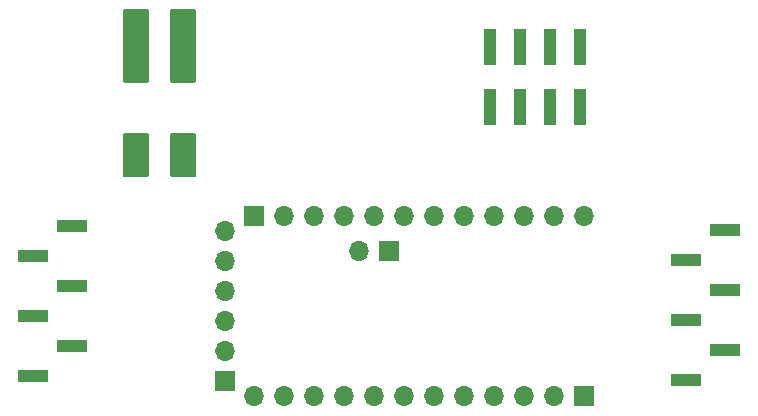
<source format=gts>
%TF.GenerationSoftware,KiCad,Pcbnew,9.0.5-9.0.5~ubuntu24.04.1*%
%TF.CreationDate,2025-11-18T16:55:03+01:00*%
%TF.ProjectId,Nodo 2 MySensor,4e6f646f-2032-4204-9d79-53656e736f72,rev?*%
%TF.SameCoordinates,Original*%
%TF.FileFunction,Soldermask,Top*%
%TF.FilePolarity,Negative*%
%FSLAX46Y46*%
G04 Gerber Fmt 4.6, Leading zero omitted, Abs format (unit mm)*
G04 Created by KiCad (PCBNEW 9.0.5-9.0.5~ubuntu24.04.1) date 2025-11-18 16:55:03*
%MOMM*%
%LPD*%
G01*
G04 APERTURE LIST*
%ADD10R,1.700000X1.700000*%
%ADD11O,1.700000X1.700000*%
%ADD12R,2.510000X1.000000*%
%ADD13R,1.000000X3.150000*%
G04 APERTURE END LIST*
%TO.C,J8*%
G36*
G01*
X96830000Y-65995500D02*
X98830000Y-65995500D01*
G75*
G02*
X98932000Y-66097500I0J-102000D01*
G01*
X98932000Y-72097500D01*
G75*
G02*
X98830000Y-72199500I-102000J0D01*
G01*
X96830000Y-72199500D01*
G75*
G02*
X96728000Y-72097500I0J102000D01*
G01*
X96728000Y-66097500D01*
G75*
G02*
X96830000Y-65995500I102000J0D01*
G01*
G37*
G36*
G01*
X96830000Y-76495500D02*
X98830000Y-76495500D01*
G75*
G02*
X98932000Y-76597500I0J-102000D01*
G01*
X98932000Y-80097500D01*
G75*
G02*
X98830000Y-80199500I-102000J0D01*
G01*
X96830000Y-80199500D01*
G75*
G02*
X96728000Y-80097500I0J102000D01*
G01*
X96728000Y-76597500D01*
G75*
G02*
X96830000Y-76495500I102000J0D01*
G01*
G37*
G36*
G01*
X92830000Y-65995500D02*
X94830000Y-65995500D01*
G75*
G02*
X94932000Y-66097500I0J-102000D01*
G01*
X94932000Y-72097500D01*
G75*
G02*
X94830000Y-72199500I-102000J0D01*
G01*
X92830000Y-72199500D01*
G75*
G02*
X92728000Y-72097500I0J102000D01*
G01*
X92728000Y-66097500D01*
G75*
G02*
X92830000Y-65995500I102000J0D01*
G01*
G37*
G36*
G01*
X92830000Y-76495500D02*
X94830000Y-76495500D01*
G75*
G02*
X94932000Y-76597500I0J-102000D01*
G01*
X94932000Y-80097500D01*
G75*
G02*
X94830000Y-80199500I-102000J0D01*
G01*
X92830000Y-80199500D01*
G75*
G02*
X92728000Y-80097500I0J102000D01*
G01*
X92728000Y-76597500D01*
G75*
G02*
X92830000Y-76495500I102000J0D01*
G01*
G37*
%TD*%
D10*
%TO.C,J2*%
X115240000Y-86411000D03*
D11*
X112700000Y-86411000D03*
%TD*%
D12*
%TO.C,J5*%
X140380000Y-97360000D03*
X143690000Y-94820000D03*
X140380000Y-92280000D03*
X143690000Y-89740000D03*
X140380000Y-87200000D03*
X143690000Y-84660000D03*
%TD*%
%TO.C,J4*%
X85100000Y-97050000D03*
X88410000Y-94510000D03*
X85100000Y-91970000D03*
X88410000Y-89430000D03*
X85100000Y-86890000D03*
X88410000Y-84350000D03*
%TD*%
D10*
%TO.C,J1*%
X101327000Y-97460000D03*
D11*
X101327000Y-94920000D03*
X101327000Y-92380000D03*
X101327000Y-89840000D03*
X101327000Y-87300000D03*
X101327000Y-84760000D03*
%TD*%
D13*
%TO.C,U1*%
X123800000Y-74250000D03*
X123800000Y-69200000D03*
X126340000Y-74250000D03*
X126340000Y-69200000D03*
X128880000Y-74250000D03*
X128880000Y-69200000D03*
X131420000Y-74250000D03*
X131420000Y-69200000D03*
%TD*%
D10*
%TO.C,J7*%
X131750000Y-98730000D03*
D11*
X129210000Y-98730000D03*
X126670000Y-98730000D03*
X124130000Y-98730000D03*
X121590000Y-98730000D03*
X119050000Y-98730000D03*
X116510000Y-98730000D03*
X113970000Y-98730000D03*
X111430000Y-98730000D03*
X108890000Y-98730000D03*
X106350000Y-98730000D03*
X103810000Y-98730000D03*
%TD*%
D10*
%TO.C,J6*%
X103810000Y-83490000D03*
D11*
X106350000Y-83490000D03*
X108890000Y-83490000D03*
X111430000Y-83490000D03*
X113970000Y-83490000D03*
X116510000Y-83490000D03*
X119050000Y-83490000D03*
X121590000Y-83490000D03*
X124130000Y-83490000D03*
X126670000Y-83490000D03*
X129210000Y-83490000D03*
X131750000Y-83490000D03*
%TD*%
M02*

</source>
